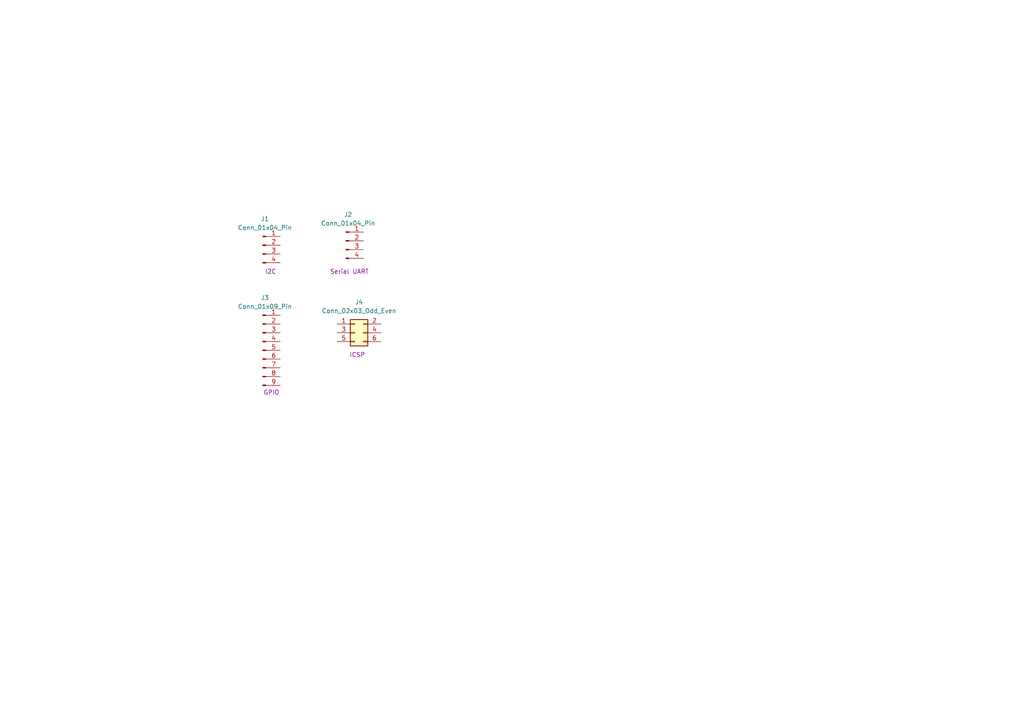
<source format=kicad_sch>
(kicad_sch (version 20250114) (generator "eeschema") (generator_version "9.0")
  (paper "A4")
  (lib_symbols
    (symbol "Conn_01x04_Pin_1" (pin_names (offset 1.016) (hide yes))
      (property "Reference" "J" (at 0 5.08 0))
      (property "Value" "Conn_01x04_Pin" (at 0 -7.62 0))
      (symbol "Conn_01x04_Pin_1_1_1"
        (rectangle (start 0.8636 2.667) (end 0 2.413) (stroke (width 0.1524)) (fill (type outline)))
        (rectangle (start 0.8636 0.127) (end 0 -0.127) (stroke (width 0.1524)) (fill (type outline)))
        (rectangle (start 0.8636 -2.413) (end 0 -2.667) (stroke (width 0.1524)) (fill (type outline)))
        (rectangle (start 0.8636 -4.953) (end 0 -5.207) (stroke (width 0.1524)) (fill (type outline)))
        (polyline (pts (xy 1.27 2.54) (xy 0.8636 2.54)) (stroke (width 0.1524)))
        (polyline (pts (xy 1.27 0) (xy 0.8636 0)) (stroke (width 0.1524)))
        (polyline (pts (xy 1.27 -2.54) (xy 0.8636 -2.54)) (stroke (width 0.1524)))
        (polyline (pts (xy 1.27 -5.08) (xy 0.8636 -5.08)) (stroke (width 0.1524)))
        (pin passive line (at 5.08 2.54 180) (length 3.81) (name "Pin_1") (number "1"))
        (pin passive line (at 5.08 0 180) (length 3.81) (name "Pin_2") (number "2"))
        (pin passive line (at 5.08 -2.54 180) (length 3.81) (name "Pin_3") (number "3"))
        (pin passive line (at 5.08 -5.08 180) (length 3.81) (name "Pin_4") (number "4"))
      )
    )
    (symbol "Connector:Conn_01x04_Pin" (pin_names (offset 1.016) (hide yes))
      (property "Reference" "J" (at 0 5.08 0))
      (property "Value" "Conn_01x04_Pin" (at 0 -7.62 0))
      (symbol "Conn_01x04_Pin_1_1"
        (rectangle (start 0.8636 2.667) (end 0 2.413) (stroke (width 0.1524)) (fill (type outline)))
        (rectangle (start 0.8636 0.127) (end 0 -0.127) (stroke (width 0.1524)) (fill (type outline)))
        (rectangle (start 0.8636 -2.413) (end 0 -2.667) (stroke (width 0.1524)) (fill (type outline)))
        (rectangle (start 0.8636 -4.953) (end 0 -5.207) (stroke (width 0.1524)) (fill (type outline)))
        (polyline (pts (xy 1.27 2.54) (xy 0.8636 2.54)) (stroke (width 0.1524)))
        (polyline (pts (xy 1.27 0) (xy 0.8636 0)) (stroke (width 0.1524)))
        (polyline (pts (xy 1.27 -2.54) (xy 0.8636 -2.54)) (stroke (width 0.1524)))
        (polyline (pts (xy 1.27 -5.08) (xy 0.8636 -5.08)) (stroke (width 0.1524)))
        (pin passive line (at 5.08 2.54 180) (length 3.81) (name "Pin_1") (number "1"))
        (pin passive line (at 5.08 0 180) (length 3.81) (name "Pin_2") (number "2"))
        (pin passive line (at 5.08 -2.54 180) (length 3.81) (name "Pin_3") (number "3"))
        (pin passive line (at 5.08 -5.08 180) (length 3.81) (name "Pin_4") (number "4"))
      )
    )
    (symbol "Connector:Conn_01x09_Pin" (pin_names (offset 1.016) (hide yes))
      (property "Reference" "J" (at 0 12.7 0))
      (property "Value" "Conn_01x09_Pin" (at 0 -12.7 0))
      (symbol "Conn_01x09_Pin_1_1"
        (rectangle (start 0.8636 10.287) (end 0 10.033) (stroke (width 0.1524)) (fill (type outline)))
        (rectangle (start 0.8636 7.747) (end 0 7.493) (stroke (width 0.1524)) (fill (type outline)))
        (rectangle (start 0.8636 5.207) (end 0 4.953) (stroke (width 0.1524)) (fill (type outline)))
        (rectangle (start 0.8636 2.667) (end 0 2.413) (stroke (width 0.1524)) (fill (type outline)))
        (rectangle (start 0.8636 0.127) (end 0 -0.127) (stroke (width 0.1524)) (fill (type outline)))
        (rectangle (start 0.8636 -2.413) (end 0 -2.667) (stroke (width 0.1524)) (fill (type outline)))
        (rectangle (start 0.8636 -4.953) (end 0 -5.207) (stroke (width 0.1524)) (fill (type outline)))
        (rectangle (start 0.8636 -7.493) (end 0 -7.747) (stroke (width 0.1524)) (fill (type outline)))
        (rectangle (start 0.8636 -10.033) (end 0 -10.287) (stroke (width 0.1524)) (fill (type outline)))
        (polyline (pts (xy 1.27 10.16) (xy 0.8636 10.16)) (stroke (width 0.1524)))
        (polyline (pts (xy 1.27 7.62) (xy 0.8636 7.62)) (stroke (width 0.1524)))
        (polyline (pts (xy 1.27 5.08) (xy 0.8636 5.08)) (stroke (width 0.1524)))
        (polyline (pts (xy 1.27 2.54) (xy 0.8636 2.54)) (stroke (width 0.1524)))
        (polyline (pts (xy 1.27 0) (xy 0.8636 0)) (stroke (width 0.1524)))
        (polyline (pts (xy 1.27 -2.54) (xy 0.8636 -2.54)) (stroke (width 0.1524)))
        (polyline (pts (xy 1.27 -5.08) (xy 0.8636 -5.08)) (stroke (width 0.1524)))
        (polyline (pts (xy 1.27 -7.62) (xy 0.8636 -7.62)) (stroke (width 0.1524)))
        (polyline (pts (xy 1.27 -10.16) (xy 0.8636 -10.16)) (stroke (width 0.1524)))
        (pin passive line (at 5.08 10.16 180) (length 3.81) (name "Pin_1") (number "1"))
        (pin passive line (at 5.08 7.62 180) (length 3.81) (name "Pin_2") (number "2"))
        (pin passive line (at 5.08 5.08 180) (length 3.81) (name "Pin_3") (number "3"))
        (pin passive line (at 5.08 2.54 180) (length 3.81) (name "Pin_4") (number "4"))
        (pin passive line (at 5.08 0 180) (length 3.81) (name "Pin_5") (number "5"))
        (pin passive line (at 5.08 -2.54 180) (length 3.81) (name "Pin_6") (number "6"))
        (pin passive line (at 5.08 -5.08 180) (length 3.81) (name "Pin_7") (number "7"))
        (pin passive line (at 5.08 -7.62 180) (length 3.81) (name "Pin_8") (number "8"))
        (pin passive line (at 5.08 -10.16 180) (length 3.81) (name "Pin_9") (number "9"))
      )
    )
    (symbol "Connector_Generic:Conn_02x03_Odd_Even" (pin_names (offset 1.016) (hide yes))
      (property "Reference" "J" (at 1.27 5.08 0))
      (property "Value" "Conn_02x03_Odd_Even" (at 1.27 -5.08 0))
      (symbol "Conn_02x03_Odd_Even_1_1"
        (rectangle (start -1.27 3.81) (end 3.81 -3.81) (stroke (width 0.254)) (fill (type background)))
        (rectangle (start -1.27 2.667) (end 0 2.413) (stroke (width 0.1524)))
        (rectangle (start -1.27 0.127) (end 0 -0.127) (stroke (width 0.1524)))
        (rectangle (start -1.27 -2.413) (end 0 -2.667) (stroke (width 0.1524)))
        (rectangle (start 3.81 2.667) (end 2.54 2.413) (stroke (width 0.1524)))
        (rectangle (start 3.81 0.127) (end 2.54 -0.127) (stroke (width 0.1524)))
        (rectangle (start 3.81 -2.413) (end 2.54 -2.667) (stroke (width 0.1524)))
        (pin passive line (at -5.08 2.54 0) (length 3.81) (name "Pin_1") (number "1"))
        (pin passive line (at -5.08 0 0) (length 3.81) (name "Pin_3") (number "3"))
        (pin passive line (at -5.08 -2.54 0) (length 3.81) (name "Pin_5") (number "5"))
        (pin passive line (at 7.62 2.54 180) (length 3.81) (name "Pin_2") (number "2"))
        (pin passive line (at 7.62 0 180) (length 3.81) (name "Pin_4") (number "4"))
        (pin passive line (at 7.62 -2.54 180) (length 3.81) (name "Pin_6") (number "6"))
      )
    )
  )
  (symbol (lib_id "Connector:Conn_01x04_Pin") (at 100.33 69.85 0) (unit 1)
    (property "Reference" "J2" (at 100.965 62.23 0))
    (property "Value" "Conn_01x04_Pin" (at 100.965 64.77 0))
    (property "Description" "Generic connector, single row, 01x04, script generated" (effects (hide yes)))
    (property "Purpose" "Serial UART" (at 101.346 78.74 0))
  )
  (symbol (lib_id "Connector_Generic:Conn_02x03_Odd_Even") (at 102.87 96.52 0) (unit 1)
    (property "Reference" "J4" (at 104.14 87.63 0))
    (property "Value" "Conn_02x03_Odd_Even" (at 104.14 90.17 0))
    (property "Description" "Generic connector, double row, 02x03, odd/even pin numbering scheme (row 1 odd numbers, row 2 even numbers), script generated (kicad-library-utils/schlib/autogen/connector/)" (effects (hide yes)))
    (property "Purpose" "ICSP" (at 103.632 102.87 0))
  )
  (symbol (lib_name "Conn_01x04_Pin_1") (lib_id "Connector:Conn_01x04_Pin") (at 76.2 71.12 0) (unit 1)
    (property "Reference" "J1" (at 76.835 63.5 0))
    (property "Value" "Conn_01x04_Pin" (at 76.835 66.04 0))
    (property "Description" "Generic connector, single row, 01x04, script generated" (effects (hide yes)))
    (property "Purpose" "I2C" (at 78.486 78.74 0))
  )
  (symbol (lib_id "Connector:Conn_01x09_Pin") (at 76.2 101.6 0) (unit 1)
    (property "Reference" "J3" (at 76.835 86.36 0))
    (property "Value" "Conn_01x09_Pin" (at 76.835 88.9 0))
    (property "Description" "Generic connector, single row, 01x09, script generated" (effects (hide yes)))
    (property "Purpose" "GPIO" (at 78.74 113.792 0))
  )
)
</source>
